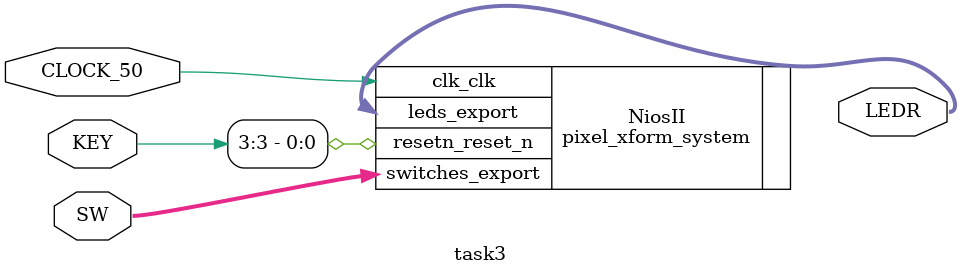
<source format=v>
module task3 ( input CLOCK_50, input [7:0] SW, input[3:0] KEY, output [7:0] LEDR);
    pixel_xform_system NiosII (.clk_clk(CLOCK_50), .resetn_reset_n(KEY[3]), .switches_export(SW), .leds_export(LEDR) );
endmodule

</source>
